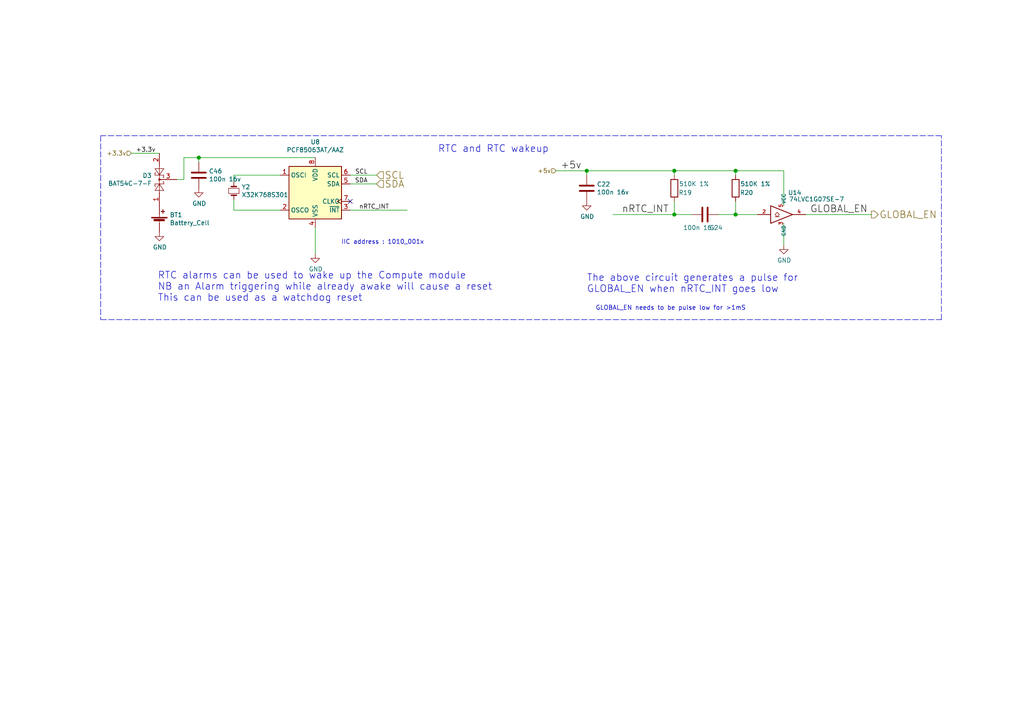
<source format=kicad_sch>
(kicad_sch (version 20201015) (generator eeschema)
  (paper "A4")
  (title_block (title "AP3500v2") (date "2021-01-19") (rev "1") (company "(c) ISis ImageStream Internet Solutions 2020") (comment 1 "www.imagestream.com"))
  (lib_symbols
    (symbol "AP3500:74LVC1G07_copy"
      (property "Reference" "U" (at -2.54 3.81 0))
      (property "Value" "74LVC1G07_copy" (at 0 -3.81 0))
      (symbol "74LVC1G07_copy_0_1"
        (polyline (pts (xy -2.54 -0.635) (xy -1.27 -0.635)))
        (polyline (pts (xy -3.81 2.54) (xy -3.81 -2.54) (xy 2.54 0) (xy -3.81 2.54)) (stroke (width 0.254)))
        (polyline (pts (xy -1.905 0.635) (xy -2.54 0) (xy -1.905 -0.635) (xy -1.27 0) (xy -1.905 0.635)))
      )
      (symbol "74LVC1G07_copy_1_1"
        (pin input line (at -7.62 0 0) (length 3.81) (name "~") (number "2"))
        (pin power_in line (at 0 -2.54 270) (length 0) (name "GND") (number "3"))
        (pin open_collector line (at 6.35 0 180) (length 3.81) (name "~") (number "4"))
        (pin power_in line (at 0 2.54 90) (length 0) (name "VCC") (number "5"))
      )
    )
    (symbol "Device:Battery_Cell" (pin_numbers hide) (pin_names (offset 0) hide)
      (property "Reference" "BT" (at 2.54 2.54 0))
      (property "Value" "Battery_Cell" (at 2.54 0 0))
      (symbol "Battery_Cell_0_1"
        (rectangle (start -2.286 1.778) (end 2.286 1.524) (fill (type outline)))
        (rectangle (start -1.5748 1.1938) (end 1.4732 0.6858) (fill (type outline)))
        (polyline (pts (xy 0 0.762) (xy 0 0)))
        (polyline (pts (xy 0 1.778) (xy 0 2.54)))
        (polyline (pts (xy 0.508 3.429) (xy 1.524 3.429)) (stroke (width 0.254)))
        (polyline (pts (xy 1.016 3.937) (xy 1.016 2.921)) (stroke (width 0.254)))
      )
      (symbol "Battery_Cell_1_1"
        (pin passive line (at 0 5.08 270) (length 2.54) (name "+") (number "1"))
        (pin passive line (at 0 -2.54 90) (length 2.54) (name "-") (number "2"))
      )
    )
    (symbol "Device:C" (pin_numbers hide) (pin_names (offset 0.254))
      (property "Reference" "C" (at 0.635 2.54 0))
      (property "Value" "C" (at 0.635 -2.54 0))
      (symbol "C_0_1"
        (polyline (pts (xy -2.032 -0.762) (xy 2.032 -0.762)) (stroke (width 0.508)))
        (polyline (pts (xy -2.032 0.762) (xy 2.032 0.762)) (stroke (width 0.508)))
      )
      (symbol "C_1_1"
        (pin passive line (at 0 3.81 270) (length 2.794) (name "~") (number "1"))
        (pin passive line (at 0 -3.81 90) (length 2.794) (name "~") (number "2"))
      )
    )
    (symbol "Device:Crystal_Small" (pin_numbers hide) (pin_names hide)
      (property "Reference" "Y" (at 0 2.54 0))
      (property "Value" "Crystal_Small" (at 0 -2.54 0))
      (symbol "Crystal_Small_0_1"
        (rectangle (start -0.762 -1.524) (end 0.762 1.524))
        (polyline (pts (xy -1.27 -0.762) (xy -1.27 0.762)) (stroke (width 0.381)))
        (polyline (pts (xy 1.27 -0.762) (xy 1.27 0.762)) (stroke (width 0.381)))
      )
      (symbol "Crystal_Small_1_1"
        (pin passive line (at -2.54 0 0) (length 1.27) (name "1") (number "1"))
        (pin passive line (at 2.54 0 180) (length 1.27) (name "2") (number "2"))
      )
    )
    (symbol "Device:R" (pin_numbers hide) (pin_names (offset 0))
      (property "Reference" "R" (at 2.032 0 90))
      (property "Value" "R" (at 0 0 90))
      (symbol "R_0_1"
        (rectangle (start -1.016 -2.54) (end 1.016 2.54) (stroke (width 0.254)))
      )
      (symbol "R_1_1"
        (pin passive line (at 0 3.81 270) (length 1.27) (name "~") (number "1"))
        (pin passive line (at 0 -3.81 90) (length 1.27) (name "~") (number "2"))
      )
    )
    (symbol "Diode:BAT54C"
      (property "Reference" "D" (at 0.635 -3.81 0))
      (property "Value" "BAT54C" (at -6.35 3.175 0))
      (symbol "BAT54C_0_1"
        (circle (center 0 0) (radius 0.254) (fill (type outline)))
        (polyline (pts (xy -1.905 0) (xy 1.905 0)))
        (polyline (pts (xy -1.905 1.27) (xy -1.905 1.016)))
        (polyline (pts (xy -1.27 -1.27) (xy -0.635 -1.27)))
        (polyline (pts (xy -1.27 0) (xy -3.81 0)))
        (polyline (pts (xy -1.27 1.27) (xy -1.905 1.27)))
        (polyline (pts (xy -1.27 1.27) (xy -1.27 -1.27)))
        (polyline (pts (xy -0.635 -1.27) (xy -0.635 -1.016)))
        (polyline (pts (xy 0.635 -1.27) (xy 0.635 -1.016)))
        (polyline (pts (xy 1.27 -1.27) (xy 0.635 -1.27)))
        (polyline (pts (xy 1.27 1.27) (xy 1.27 -1.27)))
        (polyline (pts (xy 1.27 1.27) (xy 1.905 1.27)))
        (polyline (pts (xy 1.905 1.27) (xy 1.905 1.016)))
        (polyline (pts (xy 3.81 0) (xy 1.27 0)))
        (polyline (pts (xy -3.175 -1.27) (xy -3.175 1.27) (xy -1.27 0) (xy -3.175 -1.27)))
        (polyline (pts (xy 3.175 -1.27) (xy 3.175 1.27) (xy 1.27 0) (xy 3.175 -1.27)))
      )
      (symbol "BAT54C_1_1"
        (pin passive line (at -7.62 0 0) (length 3.81) (name "~") (number "1"))
        (pin passive line (at 7.62 0 180) (length 3.81) (name "~") (number "2"))
        (pin passive line (at 0 -5.08 90) (length 5.08) (name "~") (number "3"))
      )
    )
    (symbol "Timer_RTC:PCF8563T"
      (property "Reference" "U" (at -7.62 8.89 0))
      (property "Value" "PCF8563T" (at 2.54 8.89 0))
      (symbol "PCF8563T_0_1"
        (rectangle (start -7.62 7.62) (end 7.62 -7.62) (stroke (width 0.254)) (fill (type background)))
      )
      (symbol "PCF8563T_1_1"
        (pin input line (at -10.16 5.08 0) (length 2.54) (name "OSCI") (number "1"))
        (pin output line (at -10.16 -5.08 0) (length 2.54) (name "OSCO") (number "2"))
        (pin output line (at 10.16 -5.08 180) (length 2.54) (name "~INT~") (number "3"))
        (pin power_in line (at 0 -10.16 90) (length 2.54) (name "VSS") (number "4"))
        (pin bidirectional line (at 10.16 2.54 180) (length 2.54) (name "SDA") (number "5"))
        (pin input line (at 10.16 5.08 180) (length 2.54) (name "SCL") (number "6"))
        (pin output clock (at 10.16 -2.54 180) (length 2.54) (name "CLKO") (number "7"))
        (pin power_in line (at 0 10.16 270) (length 2.54) (name "VDD") (number "8"))
      )
    )
    (symbol "power:GND" (power) (pin_names (offset 0))
      (property "Value" "GND" (at 0 -3.81 0))
      (symbol "GND_0_1"
        (polyline (pts (xy 0 0) (xy 0 -1.27) (xy 1.27 -1.27) (xy 0 -2.54) (xy -1.27 -1.27) (xy 0 -1.27)))
      )
      (symbol "GND_1_1"
        (pin power_in line (at 0 0 270) (length 0) hide (name "GND") (number "1"))
      )
    )
  )
  (junction (at 57.658 45.72) (diameter 1.016))
  (junction (at 170.18 49.53) (diameter 1.016))
  (junction (at 195.58 49.53) (diameter 1.016))
  (junction (at 195.58 62.23) (diameter 1.016))
  (junction (at 213.36 49.53) (diameter 1.016))
  (junction (at 213.36 62.23) (diameter 1.016))
  (no_connect (at 101.6 58.42))
  (wire (pts (xy 38.1 44.45) (xy 46.228 44.45)))
  (wire (pts (xy 51.308 52.07) (xy 53.34 52.07)))
  (wire (pts (xy 53.34 45.72) (xy 57.658 45.72)))
  (wire (pts (xy 53.34 52.07) (xy 53.34 45.72)))
  (wire (pts (xy 57.658 45.72) (xy 57.658 47.0154)))
  (wire (pts (xy 57.658 45.72) (xy 91.44 45.72)))
  (wire (pts (xy 67.818 50.8) (xy 67.818 52.832)))
  (wire (pts (xy 67.818 50.8) (xy 81.28 50.8)))
  (wire (pts (xy 67.818 60.96) (xy 67.818 57.912)))
  (wire (pts (xy 81.28 60.96) (xy 67.818 60.96)))
  (wire (pts (xy 91.44 66.04) (xy 91.44 73.66)))
  (wire (pts (xy 101.6 60.96) (xy 118.11 60.96)))
  (wire (pts (xy 109.22 50.8) (xy 101.6 50.8)))
  (wire (pts (xy 109.22 53.34) (xy 101.6 53.34)))
  (wire (pts (xy 161.29 49.53) (xy 170.18 49.53)))
  (wire (pts (xy 170.18 49.53) (xy 195.58 49.53)))
  (wire (pts (xy 170.18 50.8) (xy 170.18 49.53)))
  (wire (pts (xy 177.8 62.23) (xy 195.58 62.23)))
  (wire (pts (xy 195.58 49.53) (xy 195.58 50.8)))
  (wire (pts (xy 195.58 49.53) (xy 213.36 49.53)))
  (wire (pts (xy 195.58 62.23) (xy 195.58 58.42)))
  (wire (pts (xy 195.58 62.23) (xy 200.66 62.23)))
  (wire (pts (xy 208.28 62.23) (xy 213.36 62.23)))
  (wire (pts (xy 213.36 49.53) (xy 213.36 50.8)))
  (wire (pts (xy 213.36 49.53) (xy 227.33 49.53)))
  (wire (pts (xy 213.36 62.23) (xy 213.36 58.42)))
  (wire (pts (xy 213.36 62.23) (xy 219.71 62.23)))
  (wire (pts (xy 227.33 49.53) (xy 227.33 59.69)))
  (wire (pts (xy 227.33 64.77) (xy 227.33 71.12)))
  (wire (pts (xy 233.68 62.23) (xy 252.73 62.23)))
  (polyline (pts (xy 29.21 39.37) (xy 29.21 92.71)) (stroke (width 0) (type dash)))
  (polyline (pts (xy 29.21 92.71) (xy 273.05 92.71)) (stroke (width 0) (type dash)))
  (polyline (pts (xy 273.05 39.37) (xy 29.21 39.37)) (stroke (width 0) (type dash)))
  (polyline (pts (xy 273.05 92.71) (xy 273.05 39.37)) (stroke (width 0) (type dash)))
  (text "RTC alarms can be used to wake up the Compute module\nNB an Alarm triggering while already awake will cause a reset \nThis can be used as a watchdog reset " (at 45.72 87.63 0) (effects (font (size 2.0066 2.0066)) (justify left bottom)))
  (text "IIC address : 1010_001x" (at 98.9838 71.0438 0) (effects (font (size 1.27 1.27)) (justify left bottom)))
  (text "RTC and RTC wakeup" (at 127 44.45 0) (effects (font (size 2.0066 2.0066)) (justify left bottom)))
  (text "The above circuit generates a pulse for\nGLOBAL_EN when nRTC_INT goes low" (at 170.18 85.09 0) (effects (font (size 2.0066 2.0066)) (justify left bottom)))
  (text "GLOBAL_EN needs to be pulse low for >1mS" (at 172.72 90.17 0) (effects (font (size 1.27 1.27)) (justify left bottom)))
  (label "+3.3v" (at 39.37 44.45 0))
  (label "nRTC_INT" (at 104.14 60.96 0))
  (label "SCL" (at 106.68 50.8 180))
  (label "SDA" (at 106.68 53.34 180))
  (label "+5v" (at 162.56 49.53 0) (effects (font (size 2.0066 2.0066))))
  (label "nRTC_INT" (at 180.34 62.23 0) (effects (font (size 2.0066 2.0066))))
  (label "GLOBAL_EN" (at 234.95 62.23 0) (effects (font (size 2.0066 2.0066))))
  (hierarchical_label "+3.3v" (shape input) (at 38.1 44.45 180))
  (hierarchical_label "SCL" (shape input) (at 109.22 50.8 0) (effects (font (size 2.0066 2.0066))))
  (hierarchical_label "SDA" (shape input) (at 109.22 53.34 0) (effects (font (size 2.0066 2.0066))))
  (hierarchical_label "+5v" (shape input) (at 161.29 49.53 180))
  (hierarchical_label "GLOBAL_EN" (shape output) (at 252.73 62.23 0) (effects (font (size 2.0066 2.0066))))
  (symbol (lib_id "power:GND") (at 46.228 67.31 0) (unit 1)
    (property "Reference" "#PWR030" (effects hide))
    (property "Value" "GND" (at 46.355 71.7042 0))
  )
  (symbol (lib_id "power:GND") (at 57.658 54.6354 0) (unit 1)
    (property "Reference" "#PWR03" (effects hide))
    (property "Value" "GND" (at 57.785 59.0296 0))
  )
  (symbol (lib_id "power:GND") (at 91.44 73.66 0) (unit 1)
    (property "Reference" "#PWR028" (effects hide))
    (property "Value" "GND" (at 91.567 78.0542 0))
  )
  (symbol (lib_id "power:GND") (at 170.18 58.42 0) (unit 1)
    (property "Reference" "#PWR031" (effects hide))
    (property "Value" "GND" (at 170.307 62.8142 0))
  )
  (symbol (lib_id "power:GND") (at 227.33 71.12 0) (unit 1)
    (property "Reference" "#PWR034" (effects hide))
    (property "Value" "GND" (at 227.457 75.5142 0))
  )
  (symbol (lib_id "Device:Crystal_Small") (at 67.818 55.372 90) (unit 1)
    (property "Reference" "Y2" (at 70.0532 54.229 90) (effects (justify right)))
    (property "Value" "X32K768S301" (at 70.0532 56.515 90) (effects (justify right)))
    (property "Footprint" "Crystal:Crystal_SMD_3215-2Pin_3.2x1.5mm" (effects hide))
    (property "Field6" "X32K768S301" (effects hide))
    (property "Field7" "AEL" (effects hide))
    (property "Part Description" "Crystal 32.768KHz 7pF 20pmm" (effects hide))
    (property "PartsBoxID" "ABS07-32.768KHZ-7-T" (effects hide))
  )
  (symbol (lib_id "Device:R") (at 195.58 54.61 180) (unit 1)
    (property "Reference" "R19" (at 198.755 55.88 0))
    (property "Value" "510K 1%" (at 201.295 53.34 0))
    (property "Footprint" "Resistor_SMD:R_0603_1608Metric" (effects hide))
    (property "Datasheet" "https://fscdn.rohm.com/en/products/databook/datasheet/passive/resistor/chip_resistor/mcr-e.pdf" (effects hide))
    (property "Field4" "Farnell" (effects hide))
    (property "Field5" "1458807" (effects hide))
    (property "Field7" "Rohm" (effects hide))
    (property "Field6" "MCR01MZPF5103" (effects hide))
    (property "Part Description" "Resistor 510K M1005 1% 63mW" (effects hide))
    (property "PartsBoxID" "0603-510K-1%" (effects hide))
  )
  (symbol (lib_id "Device:R") (at 213.36 54.61 180) (unit 1)
    (property "Reference" "R20" (at 216.535 55.88 0))
    (property "Value" "510K 1%" (at 219.075 53.34 0))
    (property "Footprint" "Resistor_SMD:R_0603_1608Metric" (effects hide))
    (property "Datasheet" "https://fscdn.rohm.com/en/products/databook/datasheet/passive/resistor/chip_resistor/mcr-e.pdf" (effects hide))
    (property "Field4" "Farnell" (effects hide))
    (property "Field5" "1458807" (effects hide))
    (property "Field7" "Rohm" (effects hide))
    (property "Field6" "MCR01MZPF5103" (effects hide))
    (property "Part Description" "Resistor 510K M1005 1% 63mW" (effects hide))
    (property "PartsBoxID" "0603-510K-1%" (effects hide))
  )
  (symbol (lib_id "Device:Battery_Cell") (at 46.228 64.77 0) (unit 1)
    (property "Reference" "BT1" (at 49.2252 62.3316 0) (effects (justify left)))
    (property "Value" "Battery_Cell" (at 49.2252 64.643 0) (effects (justify left)))
    (property "Footprint" "Battery:BatteryHolder_Keystone_3034_1x20mm" (effects hide))
    (property "Datasheet" "https://www.keyelco.com/userAssets/file/M65p9.pdf" (effects hide))
    (property "Field4" "Digikey" (effects hide))
    (property "Field5" "36-3034-ND" (effects hide))
    (property "Field6" "3034" (effects hide))
    (property "Field7" "Keystone" (effects hide))
    (property "Part Description" "	Battery Retainer Coin, 20.0mm 1 Cell SMD (SMT) Tab" (effects hide))
    (property "PartsBoxID" "3034" (effects hide))
  )
  (symbol (lib_id "Device:C") (at 57.658 50.8254 0) (unit 1)
    (property "Reference" "C46" (at 60.579 49.657 0) (effects (justify left)))
    (property "Value" "100n 16v" (at 60.579 51.9684 0) (effects (justify left)))
    (property "Footprint" "Capacitor_SMD:C_0603_1608Metric" (effects hide))
    (property "Datasheet" "https://search.murata.co.jp/Ceramy/image/img/A01X/G101/ENG/GRM155R71C104KA88-01.pdf" (effects hide))
    (property "Field4" "Farnell" (effects hide))
    (property "Field5" "2611911" (effects hide))
    (property "Field6" "RM EMK105 B7104KV-F" (effects hide))
    (property "Field7" "TAIYO YUDEN EUROPE GMBH" (effects hide))
    (property "Part Description" "	0.1uF 10% 16V Ceramic Capacitor X7R 0402 (1005 Metric)" (effects hide))
    (property "Field8" "110091611" (effects hide))
    (property "PartsBoxID" "0603-100nF-X7R-16V" (effects hide))
  )
  (symbol (lib_id "Device:C") (at 170.18 54.61 0) (unit 1)
    (property "Reference" "C22" (at 173.101 53.4416 0) (effects (justify left)))
    (property "Value" "100n 16v" (at 173.101 55.753 0) (effects (justify left)))
    (property "Footprint" "Capacitor_SMD:C_0603_1608Metric" (effects hide))
    (property "Datasheet" "https://search.murata.co.jp/Ceramy/image/img/A01X/G101/ENG/GRM155R71C104KA88-01.pdf" (effects hide))
    (property "Field4" "Farnell" (effects hide))
    (property "Field5" "2611911" (effects hide))
    (property "Field6" "RM EMK105 B7104KV-F" (effects hide))
    (property "Field7" "TAIYO YUDEN EUROPE GMBH" (effects hide))
    (property "Part Description" "	0.1uF 10% 16V Ceramic Capacitor X7R 0402 (1005 Metric)" (effects hide))
    (property "Field8" "110091611" (effects hide))
    (property "PartsBoxID" "0603-100nF-X7R-16V" (effects hide))
  )
  (symbol (lib_id "Device:C") (at 204.47 62.23 270) (unit 1)
    (property "Reference" "C24" (at 205.74 66.04 90) (effects (justify left)))
    (property "Value" "100n 16v" (at 198.12 66.04 90) (effects (justify left)))
    (property "Footprint" "Capacitor_SMD:C_0603_1608Metric" (effects hide))
    (property "Datasheet" "https://search.murata.co.jp/Ceramy/image/img/A01X/G101/ENG/GRM155R71C104KA88-01.pdf" (effects hide))
    (property "Field4" "Farnell" (effects hide))
    (property "Field5" "2611911" (effects hide))
    (property "Field6" "RM EMK105 B7104KV-F" (effects hide))
    (property "Field7" "TAIYO YUDEN EUROPE GMBH" (effects hide))
    (property "Part Description" "	0.1uF 10% 16V Ceramic Capacitor X7R 0402 (1005 Metric)" (effects hide))
    (property "Field8" "110091611" (effects hide))
    (property "PartsBoxID" "0603-100nF-X7R-16V" (effects hide))
  )
  (symbol (lib_id "Diode:BAT54C") (at 46.228 52.07 90) (unit 1)
    (property "Reference" "D3" (at 44.0182 50.927 90) (effects (justify left)))
    (property "Value" "BAT54C-7-F" (at 44.0182 53.213 90) (effects (justify left)))
    (property "Footprint" "Package_TO_SOT_SMD:SOT-23" (effects hide))
    (property "Datasheet" "http://www.farnell.com/datasheets/2861240.pdf?_ga=2.129831176.54358802.1587372871-1787849031.1568210898&_gac=1.175311126.1587399424.EAIaIQobChMInOvF07P36AIVw7HtCh0NWwCeEAAYAyAAEgI0YfD_BwE" (effects hide))
    (property "Field4" "Farnell" (effects hide))
    (property "Field5" "2306010" (effects hide))
    (property "Field6" "BAT54C-7-F" (effects hide))
    (property "Field7" "Rohm" (effects hide))
    (property "Part Description" "Diode Array 1 Pair Common Cathode Schottky 30V 200mA (DC) Surface Mount TO-236-3, SC-59, SOT-23-3" (effects hide))
    (property "PartsBoxID" "BAT54C-7-F" (effects hide))
  )
  (symbol (lib_id "AP3500:74LVC1G07_copy") (at 227.33 62.23 0) (unit 1)
    (property "Reference" "U14" (at 230.505 55.88 0))
    (property "Value" "74LVC1G07SE-7" (at 236.855 57.785 0))
    (property "Footprint" "Package_TO_SOT_SMD:SOT-353_SC-70-5" (effects hide))
    (property "Datasheet" "https://www.diodes.com/assets/Datasheets/74LVC1G07.pdf" (effects hide))
    (property "Field4" "Farnell" (effects hide))
    (property "Field5" "2425492" (effects hide))
    (property "Field6" "74LVC1G07SE-7" (effects hide))
    (property "Field7" "Diodes" (effects hide))
    (property "Part Description" "Buffer, Non-Inverting 1 Element 1 Bit per Element Open Drain Output SOT-353" (effects hide))
    (property "PartsBoxID" "74LVC1G07SE-7" (effects hide))
  )
  (symbol (lib_id "Timer_RTC:PCF8563T") (at 91.44 55.88 0) (unit 1)
    (property "Reference" "U8" (at 91.44 41.1734 0))
    (property "Value" "PCF85063AT/AAZ" (at 91.44 43.4848 0))
    (property "Footprint" "Package_SO:SOIC-8_3.9x4.9mm_P1.27mm" (effects hide))
    (property "Datasheet" "https://www.nxp.com/docs/en/data-sheet/PCF85063A.pdf" (effects hide))
    (property "Field4" "Farnell" (effects hide))
    (property "Field5" "2890042" (effects hide))
    (property "Field7" "NXP" (effects hide))
    (property "Field6" "PCF85063AT/AAZ" (effects hide))
    (property "Part Description" "Real Time Clock (RTC) IC Clock/Calendar I²C, 2-Wire Serial 8-SOIC (0.154\", 3.90mm Width)" (effects hide))
    (property "PartsBoxID" "PCF85063AT/AY" (effects hide))
  )
)
</source>
